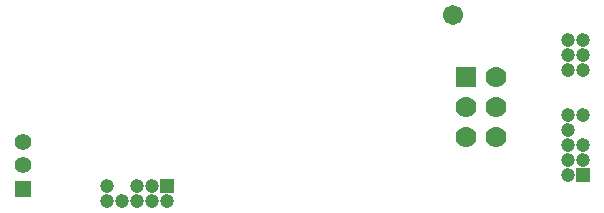
<source format=gbs>
G04 Layer_Color=16711935*
%FSLAX23Y23*%
%MOIN*%
G70*
G01*
G75*
%ADD62C,0.055*%
%ADD63R,0.055X0.055*%
%ADD64C,0.070*%
%ADD65R,0.070X0.070*%
%ADD66C,0.067*%
%ADD67C,0.047*%
%ADD68R,0.047X0.047*%
%ADD69R,0.047X0.047*%
D62*
X413Y1102D02*
D03*
Y1023D02*
D03*
D63*
Y944D02*
D03*
D64*
X1990Y1317D02*
D03*
Y1217D02*
D03*
Y1117D02*
D03*
X1890Y1217D02*
D03*
Y1117D02*
D03*
D65*
Y1317D02*
D03*
D66*
X1849Y1524D02*
D03*
D67*
X2231Y1442D02*
D03*
X2281D02*
D03*
X2231Y1392D02*
D03*
X2281D02*
D03*
X2231Y1342D02*
D03*
X2281D02*
D03*
X2231Y1192D02*
D03*
X2281D02*
D03*
X2231Y1142D02*
D03*
Y1092D02*
D03*
X2281D02*
D03*
X2231Y1042D02*
D03*
X2281D02*
D03*
X2231Y992D02*
D03*
X895Y905D02*
D03*
X845Y955D02*
D03*
Y905D02*
D03*
X795Y955D02*
D03*
Y905D02*
D03*
X745D02*
D03*
X695Y955D02*
D03*
Y905D02*
D03*
D68*
X2281Y992D02*
D03*
D69*
X895Y955D02*
D03*
M02*

</source>
